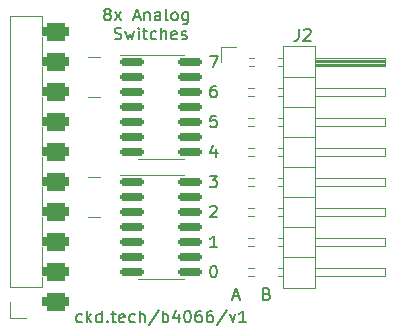
<source format=gbr>
%TF.GenerationSoftware,KiCad,Pcbnew,(6.0.9)*%
%TF.CreationDate,2022-12-02T16:15:21-08:00*%
%TF.ProjectId,Byte4066,42797465-3430-4363-962e-6b696361645f,rev?*%
%TF.SameCoordinates,Original*%
%TF.FileFunction,Legend,Top*%
%TF.FilePolarity,Positive*%
%FSLAX46Y46*%
G04 Gerber Fmt 4.6, Leading zero omitted, Abs format (unit mm)*
G04 Created by KiCad (PCBNEW (6.0.9)) date 2022-12-02 16:15:21*
%MOMM*%
%LPD*%
G01*
G04 APERTURE LIST*
G04 Aperture macros list*
%AMRoundRect*
0 Rectangle with rounded corners*
0 $1 Rounding radius*
0 $2 $3 $4 $5 $6 $7 $8 $9 X,Y pos of 4 corners*
0 Add a 4 corners polygon primitive as box body*
4,1,4,$2,$3,$4,$5,$6,$7,$8,$9,$2,$3,0*
0 Add four circle primitives for the rounded corners*
1,1,$1+$1,$2,$3*
1,1,$1+$1,$4,$5*
1,1,$1+$1,$6,$7*
1,1,$1+$1,$8,$9*
0 Add four rect primitives between the rounded corners*
20,1,$1+$1,$2,$3,$4,$5,0*
20,1,$1+$1,$4,$5,$6,$7,0*
20,1,$1+$1,$6,$7,$8,$9,0*
20,1,$1+$1,$8,$9,$2,$3,0*%
G04 Aperture macros list end*
%ADD10C,0.150000*%
%ADD11C,0.120000*%
%ADD12C,0.010000*%
%ADD13C,1.152000*%
%ADD14RoundRect,0.381000X0.762000X0.381000X-0.762000X0.381000X-0.762000X-0.381000X0.762000X-0.381000X0*%
%ADD15R,1.700000X1.700000*%
%ADD16O,1.700000X1.700000*%
%ADD17R,0.800000X0.500000*%
%ADD18R,0.800000X0.400000*%
%ADD19RoundRect,0.150000X-0.825000X-0.150000X0.825000X-0.150000X0.825000X0.150000X-0.825000X0.150000X0*%
G04 APERTURE END LIST*
D10*
X155011428Y-111053571D02*
X155154285Y-111101190D01*
X155201904Y-111148809D01*
X155249523Y-111244047D01*
X155249523Y-111386904D01*
X155201904Y-111482142D01*
X155154285Y-111529761D01*
X155059047Y-111577380D01*
X154678095Y-111577380D01*
X154678095Y-110577380D01*
X155011428Y-110577380D01*
X155106666Y-110625000D01*
X155154285Y-110672619D01*
X155201904Y-110767857D01*
X155201904Y-110863095D01*
X155154285Y-110958333D01*
X155106666Y-111005952D01*
X155011428Y-111053571D01*
X154678095Y-111053571D01*
X152161904Y-111291666D02*
X152638095Y-111291666D01*
X152066666Y-111577380D02*
X152400000Y-110577380D01*
X152733333Y-111577380D01*
X150447380Y-108672380D02*
X150542619Y-108672380D01*
X150637857Y-108720000D01*
X150685476Y-108767619D01*
X150733095Y-108862857D01*
X150780714Y-109053333D01*
X150780714Y-109291428D01*
X150733095Y-109481904D01*
X150685476Y-109577142D01*
X150637857Y-109624761D01*
X150542619Y-109672380D01*
X150447380Y-109672380D01*
X150352142Y-109624761D01*
X150304523Y-109577142D01*
X150256904Y-109481904D01*
X150209285Y-109291428D01*
X150209285Y-109053333D01*
X150256904Y-108862857D01*
X150304523Y-108767619D01*
X150352142Y-108720000D01*
X150447380Y-108672380D01*
X150780714Y-107132380D02*
X150209285Y-107132380D01*
X150495000Y-107132380D02*
X150495000Y-106132380D01*
X150399761Y-106275238D01*
X150304523Y-106370476D01*
X150209285Y-106418095D01*
X150209285Y-103687619D02*
X150256904Y-103640000D01*
X150352142Y-103592380D01*
X150590238Y-103592380D01*
X150685476Y-103640000D01*
X150733095Y-103687619D01*
X150780714Y-103782857D01*
X150780714Y-103878095D01*
X150733095Y-104020952D01*
X150161666Y-104592380D01*
X150780714Y-104592380D01*
X150161666Y-101052380D02*
X150780714Y-101052380D01*
X150447380Y-101433333D01*
X150590238Y-101433333D01*
X150685476Y-101480952D01*
X150733095Y-101528571D01*
X150780714Y-101623809D01*
X150780714Y-101861904D01*
X150733095Y-101957142D01*
X150685476Y-102004761D01*
X150590238Y-102052380D01*
X150304523Y-102052380D01*
X150209285Y-102004761D01*
X150161666Y-101957142D01*
X150685476Y-98845714D02*
X150685476Y-99512380D01*
X150447380Y-98464761D02*
X150209285Y-99179047D01*
X150828333Y-99179047D01*
X150733095Y-95972380D02*
X150256904Y-95972380D01*
X150209285Y-96448571D01*
X150256904Y-96400952D01*
X150352142Y-96353333D01*
X150590238Y-96353333D01*
X150685476Y-96400952D01*
X150733095Y-96448571D01*
X150780714Y-96543809D01*
X150780714Y-96781904D01*
X150733095Y-96877142D01*
X150685476Y-96924761D01*
X150590238Y-96972380D01*
X150352142Y-96972380D01*
X150256904Y-96924761D01*
X150209285Y-96877142D01*
X150685476Y-93432380D02*
X150495000Y-93432380D01*
X150399761Y-93480000D01*
X150352142Y-93527619D01*
X150256904Y-93670476D01*
X150209285Y-93860952D01*
X150209285Y-94241904D01*
X150256904Y-94337142D01*
X150304523Y-94384761D01*
X150399761Y-94432380D01*
X150590238Y-94432380D01*
X150685476Y-94384761D01*
X150733095Y-94337142D01*
X150780714Y-94241904D01*
X150780714Y-94003809D01*
X150733095Y-93908571D01*
X150685476Y-93860952D01*
X150590238Y-93813333D01*
X150399761Y-93813333D01*
X150304523Y-93860952D01*
X150256904Y-93908571D01*
X150209285Y-94003809D01*
X150161666Y-90892380D02*
X150828333Y-90892380D01*
X150399761Y-91892380D01*
X139335714Y-113434761D02*
X139240476Y-113482380D01*
X139050000Y-113482380D01*
X138954761Y-113434761D01*
X138907142Y-113387142D01*
X138859523Y-113291904D01*
X138859523Y-113006190D01*
X138907142Y-112910952D01*
X138954761Y-112863333D01*
X139050000Y-112815714D01*
X139240476Y-112815714D01*
X139335714Y-112863333D01*
X139764285Y-113482380D02*
X139764285Y-112482380D01*
X139859523Y-113101428D02*
X140145238Y-113482380D01*
X140145238Y-112815714D02*
X139764285Y-113196666D01*
X141002380Y-113482380D02*
X141002380Y-112482380D01*
X141002380Y-113434761D02*
X140907142Y-113482380D01*
X140716666Y-113482380D01*
X140621428Y-113434761D01*
X140573809Y-113387142D01*
X140526190Y-113291904D01*
X140526190Y-113006190D01*
X140573809Y-112910952D01*
X140621428Y-112863333D01*
X140716666Y-112815714D01*
X140907142Y-112815714D01*
X141002380Y-112863333D01*
X141478571Y-113387142D02*
X141526190Y-113434761D01*
X141478571Y-113482380D01*
X141430952Y-113434761D01*
X141478571Y-113387142D01*
X141478571Y-113482380D01*
X141811904Y-112815714D02*
X142192857Y-112815714D01*
X141954761Y-112482380D02*
X141954761Y-113339523D01*
X142002380Y-113434761D01*
X142097619Y-113482380D01*
X142192857Y-113482380D01*
X142907142Y-113434761D02*
X142811904Y-113482380D01*
X142621428Y-113482380D01*
X142526190Y-113434761D01*
X142478571Y-113339523D01*
X142478571Y-112958571D01*
X142526190Y-112863333D01*
X142621428Y-112815714D01*
X142811904Y-112815714D01*
X142907142Y-112863333D01*
X142954761Y-112958571D01*
X142954761Y-113053809D01*
X142478571Y-113149047D01*
X143811904Y-113434761D02*
X143716666Y-113482380D01*
X143526190Y-113482380D01*
X143430952Y-113434761D01*
X143383333Y-113387142D01*
X143335714Y-113291904D01*
X143335714Y-113006190D01*
X143383333Y-112910952D01*
X143430952Y-112863333D01*
X143526190Y-112815714D01*
X143716666Y-112815714D01*
X143811904Y-112863333D01*
X144240476Y-113482380D02*
X144240476Y-112482380D01*
X144669047Y-113482380D02*
X144669047Y-112958571D01*
X144621428Y-112863333D01*
X144526190Y-112815714D01*
X144383333Y-112815714D01*
X144288095Y-112863333D01*
X144240476Y-112910952D01*
X145859523Y-112434761D02*
X145002380Y-113720476D01*
X146192857Y-113482380D02*
X146192857Y-112482380D01*
X146192857Y-112863333D02*
X146288095Y-112815714D01*
X146478571Y-112815714D01*
X146573809Y-112863333D01*
X146621428Y-112910952D01*
X146669047Y-113006190D01*
X146669047Y-113291904D01*
X146621428Y-113387142D01*
X146573809Y-113434761D01*
X146478571Y-113482380D01*
X146288095Y-113482380D01*
X146192857Y-113434761D01*
X147526190Y-112815714D02*
X147526190Y-113482380D01*
X147288095Y-112434761D02*
X147050000Y-113149047D01*
X147669047Y-113149047D01*
X148240476Y-112482380D02*
X148335714Y-112482380D01*
X148430952Y-112530000D01*
X148478571Y-112577619D01*
X148526190Y-112672857D01*
X148573809Y-112863333D01*
X148573809Y-113101428D01*
X148526190Y-113291904D01*
X148478571Y-113387142D01*
X148430952Y-113434761D01*
X148335714Y-113482380D01*
X148240476Y-113482380D01*
X148145238Y-113434761D01*
X148097619Y-113387142D01*
X148050000Y-113291904D01*
X148002380Y-113101428D01*
X148002380Y-112863333D01*
X148050000Y-112672857D01*
X148097619Y-112577619D01*
X148145238Y-112530000D01*
X148240476Y-112482380D01*
X149430952Y-112482380D02*
X149240476Y-112482380D01*
X149145238Y-112530000D01*
X149097619Y-112577619D01*
X149002380Y-112720476D01*
X148954761Y-112910952D01*
X148954761Y-113291904D01*
X149002380Y-113387142D01*
X149050000Y-113434761D01*
X149145238Y-113482380D01*
X149335714Y-113482380D01*
X149430952Y-113434761D01*
X149478571Y-113387142D01*
X149526190Y-113291904D01*
X149526190Y-113053809D01*
X149478571Y-112958571D01*
X149430952Y-112910952D01*
X149335714Y-112863333D01*
X149145238Y-112863333D01*
X149050000Y-112910952D01*
X149002380Y-112958571D01*
X148954761Y-113053809D01*
X150383333Y-112482380D02*
X150192857Y-112482380D01*
X150097619Y-112530000D01*
X150050000Y-112577619D01*
X149954761Y-112720476D01*
X149907142Y-112910952D01*
X149907142Y-113291904D01*
X149954761Y-113387142D01*
X150002380Y-113434761D01*
X150097619Y-113482380D01*
X150288095Y-113482380D01*
X150383333Y-113434761D01*
X150430952Y-113387142D01*
X150478571Y-113291904D01*
X150478571Y-113053809D01*
X150430952Y-112958571D01*
X150383333Y-112910952D01*
X150288095Y-112863333D01*
X150097619Y-112863333D01*
X150002380Y-112910952D01*
X149954761Y-112958571D01*
X149907142Y-113053809D01*
X151621428Y-112434761D02*
X150764285Y-113720476D01*
X151859523Y-112815714D02*
X152097619Y-113482380D01*
X152335714Y-112815714D01*
X153240476Y-113482380D02*
X152669047Y-113482380D01*
X152954761Y-113482380D02*
X152954761Y-112482380D01*
X152859523Y-112625238D01*
X152764285Y-112720476D01*
X152669047Y-112768095D01*
X141399047Y-87340952D02*
X141303809Y-87293333D01*
X141256190Y-87245714D01*
X141208571Y-87150476D01*
X141208571Y-87102857D01*
X141256190Y-87007619D01*
X141303809Y-86960000D01*
X141399047Y-86912380D01*
X141589523Y-86912380D01*
X141684761Y-86960000D01*
X141732380Y-87007619D01*
X141780000Y-87102857D01*
X141780000Y-87150476D01*
X141732380Y-87245714D01*
X141684761Y-87293333D01*
X141589523Y-87340952D01*
X141399047Y-87340952D01*
X141303809Y-87388571D01*
X141256190Y-87436190D01*
X141208571Y-87531428D01*
X141208571Y-87721904D01*
X141256190Y-87817142D01*
X141303809Y-87864761D01*
X141399047Y-87912380D01*
X141589523Y-87912380D01*
X141684761Y-87864761D01*
X141732380Y-87817142D01*
X141780000Y-87721904D01*
X141780000Y-87531428D01*
X141732380Y-87436190D01*
X141684761Y-87388571D01*
X141589523Y-87340952D01*
X142113333Y-87912380D02*
X142637142Y-87245714D01*
X142113333Y-87245714D02*
X142637142Y-87912380D01*
X143732380Y-87626666D02*
X144208571Y-87626666D01*
X143637142Y-87912380D02*
X143970476Y-86912380D01*
X144303809Y-87912380D01*
X144637142Y-87245714D02*
X144637142Y-87912380D01*
X144637142Y-87340952D02*
X144684761Y-87293333D01*
X144780000Y-87245714D01*
X144922857Y-87245714D01*
X145018095Y-87293333D01*
X145065714Y-87388571D01*
X145065714Y-87912380D01*
X145970476Y-87912380D02*
X145970476Y-87388571D01*
X145922857Y-87293333D01*
X145827619Y-87245714D01*
X145637142Y-87245714D01*
X145541904Y-87293333D01*
X145970476Y-87864761D02*
X145875238Y-87912380D01*
X145637142Y-87912380D01*
X145541904Y-87864761D01*
X145494285Y-87769523D01*
X145494285Y-87674285D01*
X145541904Y-87579047D01*
X145637142Y-87531428D01*
X145875238Y-87531428D01*
X145970476Y-87483809D01*
X146589523Y-87912380D02*
X146494285Y-87864761D01*
X146446666Y-87769523D01*
X146446666Y-86912380D01*
X147113333Y-87912380D02*
X147018095Y-87864761D01*
X146970476Y-87817142D01*
X146922857Y-87721904D01*
X146922857Y-87436190D01*
X146970476Y-87340952D01*
X147018095Y-87293333D01*
X147113333Y-87245714D01*
X147256190Y-87245714D01*
X147351428Y-87293333D01*
X147399047Y-87340952D01*
X147446666Y-87436190D01*
X147446666Y-87721904D01*
X147399047Y-87817142D01*
X147351428Y-87864761D01*
X147256190Y-87912380D01*
X147113333Y-87912380D01*
X148303809Y-87245714D02*
X148303809Y-88055238D01*
X148256190Y-88150476D01*
X148208571Y-88198095D01*
X148113333Y-88245714D01*
X147970476Y-88245714D01*
X147875238Y-88198095D01*
X148303809Y-87864761D02*
X148208571Y-87912380D01*
X148018095Y-87912380D01*
X147922857Y-87864761D01*
X147875238Y-87817142D01*
X147827619Y-87721904D01*
X147827619Y-87436190D01*
X147875238Y-87340952D01*
X147922857Y-87293333D01*
X148018095Y-87245714D01*
X148208571Y-87245714D01*
X148303809Y-87293333D01*
X142113333Y-89474761D02*
X142256190Y-89522380D01*
X142494285Y-89522380D01*
X142589523Y-89474761D01*
X142637142Y-89427142D01*
X142684761Y-89331904D01*
X142684761Y-89236666D01*
X142637142Y-89141428D01*
X142589523Y-89093809D01*
X142494285Y-89046190D01*
X142303809Y-88998571D01*
X142208571Y-88950952D01*
X142160952Y-88903333D01*
X142113333Y-88808095D01*
X142113333Y-88712857D01*
X142160952Y-88617619D01*
X142208571Y-88570000D01*
X142303809Y-88522380D01*
X142541904Y-88522380D01*
X142684761Y-88570000D01*
X143018095Y-88855714D02*
X143208571Y-89522380D01*
X143399047Y-89046190D01*
X143589523Y-89522380D01*
X143780000Y-88855714D01*
X144160952Y-89522380D02*
X144160952Y-88855714D01*
X144160952Y-88522380D02*
X144113333Y-88570000D01*
X144160952Y-88617619D01*
X144208571Y-88570000D01*
X144160952Y-88522380D01*
X144160952Y-88617619D01*
X144494285Y-88855714D02*
X144875238Y-88855714D01*
X144637142Y-88522380D02*
X144637142Y-89379523D01*
X144684761Y-89474761D01*
X144780000Y-89522380D01*
X144875238Y-89522380D01*
X145637142Y-89474761D02*
X145541904Y-89522380D01*
X145351428Y-89522380D01*
X145256190Y-89474761D01*
X145208571Y-89427142D01*
X145160952Y-89331904D01*
X145160952Y-89046190D01*
X145208571Y-88950952D01*
X145256190Y-88903333D01*
X145351428Y-88855714D01*
X145541904Y-88855714D01*
X145637142Y-88903333D01*
X146065714Y-89522380D02*
X146065714Y-88522380D01*
X146494285Y-89522380D02*
X146494285Y-88998571D01*
X146446666Y-88903333D01*
X146351428Y-88855714D01*
X146208571Y-88855714D01*
X146113333Y-88903333D01*
X146065714Y-88950952D01*
X147351428Y-89474761D02*
X147256190Y-89522380D01*
X147065714Y-89522380D01*
X146970476Y-89474761D01*
X146922857Y-89379523D01*
X146922857Y-88998571D01*
X146970476Y-88903333D01*
X147065714Y-88855714D01*
X147256190Y-88855714D01*
X147351428Y-88903333D01*
X147399047Y-88998571D01*
X147399047Y-89093809D01*
X146922857Y-89189047D01*
X147780000Y-89474761D02*
X147875238Y-89522380D01*
X148065714Y-89522380D01*
X148160952Y-89474761D01*
X148208571Y-89379523D01*
X148208571Y-89331904D01*
X148160952Y-89236666D01*
X148065714Y-89189047D01*
X147922857Y-89189047D01*
X147827619Y-89141428D01*
X147780000Y-89046190D01*
X147780000Y-88998571D01*
X147827619Y-88903333D01*
X147922857Y-88855714D01*
X148065714Y-88855714D01*
X148160952Y-88903333D01*
%TO.C,J2*%
X157721666Y-88622380D02*
X157721666Y-89336666D01*
X157674047Y-89479523D01*
X157578809Y-89574761D01*
X157435952Y-89622380D01*
X157340714Y-89622380D01*
X158150238Y-88717619D02*
X158197857Y-88670000D01*
X158293095Y-88622380D01*
X158531190Y-88622380D01*
X158626428Y-88670000D01*
X158674047Y-88717619D01*
X158721666Y-88812857D01*
X158721666Y-88908095D01*
X158674047Y-89050952D01*
X158102619Y-89622380D01*
X158721666Y-89622380D01*
D11*
X156380000Y-97790000D02*
X159040000Y-97790000D01*
X156380000Y-107950000D02*
X159040000Y-107950000D01*
X165040000Y-103760000D02*
X165040000Y-104520000D01*
X153442929Y-93600000D02*
X153897071Y-93600000D01*
X159040000Y-91240000D02*
X165040000Y-91240000D01*
X159040000Y-108840000D02*
X165040000Y-108840000D01*
X165040000Y-96900000D02*
X159040000Y-96900000D01*
X153442929Y-101220000D02*
X153897071Y-101220000D01*
X153442929Y-106300000D02*
X153897071Y-106300000D01*
X156380000Y-95250000D02*
X159040000Y-95250000D01*
X153442929Y-94360000D02*
X153897071Y-94360000D01*
X165040000Y-91060000D02*
X165040000Y-91820000D01*
X153442929Y-107060000D02*
X153897071Y-107060000D01*
X155982929Y-108840000D02*
X156380000Y-108840000D01*
X159040000Y-91600000D02*
X165040000Y-91600000D01*
X155982929Y-103760000D02*
X156380000Y-103760000D01*
X156380000Y-102870000D02*
X159040000Y-102870000D01*
X153442929Y-101980000D02*
X153897071Y-101980000D01*
X155982929Y-94360000D02*
X156380000Y-94360000D01*
X155982929Y-104520000D02*
X156380000Y-104520000D01*
X153442929Y-98680000D02*
X153897071Y-98680000D01*
X165040000Y-107060000D02*
X159040000Y-107060000D01*
X165040000Y-109600000D02*
X159040000Y-109600000D01*
X159040000Y-103760000D02*
X165040000Y-103760000D01*
X159040000Y-91120000D02*
X165040000Y-91120000D01*
X159040000Y-101220000D02*
X165040000Y-101220000D01*
X159040000Y-91480000D02*
X165040000Y-91480000D01*
X155982929Y-96140000D02*
X156380000Y-96140000D01*
X165040000Y-96140000D02*
X165040000Y-96900000D01*
X153510000Y-91820000D02*
X153897071Y-91820000D01*
X159040000Y-96140000D02*
X165040000Y-96140000D01*
X153442929Y-96140000D02*
X153897071Y-96140000D01*
X155982929Y-98680000D02*
X156380000Y-98680000D01*
X165040000Y-91820000D02*
X159040000Y-91820000D01*
X153510000Y-91060000D02*
X153897071Y-91060000D01*
X156380000Y-90110000D02*
X156380000Y-110550000D01*
X155982929Y-96900000D02*
X156380000Y-96900000D01*
X159040000Y-93600000D02*
X165040000Y-93600000D01*
X155982929Y-101980000D02*
X156380000Y-101980000D01*
X159040000Y-91720000D02*
X165040000Y-91720000D01*
X153442929Y-108840000D02*
X153897071Y-108840000D01*
X153442929Y-99440000D02*
X153897071Y-99440000D01*
X165040000Y-106300000D02*
X165040000Y-107060000D01*
X165040000Y-101220000D02*
X165040000Y-101980000D01*
X165040000Y-99440000D02*
X159040000Y-99440000D01*
X151130000Y-91440000D02*
X151130000Y-90170000D01*
X156380000Y-100330000D02*
X159040000Y-100330000D01*
X155982929Y-107060000D02*
X156380000Y-107060000D01*
X155982929Y-101220000D02*
X156380000Y-101220000D01*
X155982929Y-93600000D02*
X156380000Y-93600000D01*
X156380000Y-105410000D02*
X159040000Y-105410000D01*
X159040000Y-90110000D02*
X156380000Y-90110000D01*
X165040000Y-101980000D02*
X159040000Y-101980000D01*
X159040000Y-91360000D02*
X165040000Y-91360000D01*
X159040000Y-106300000D02*
X165040000Y-106300000D01*
X153442929Y-104520000D02*
X153897071Y-104520000D01*
X156380000Y-110550000D02*
X159040000Y-110550000D01*
X165040000Y-104520000D02*
X159040000Y-104520000D01*
X151130000Y-90170000D02*
X152400000Y-90170000D01*
X159040000Y-110550000D02*
X159040000Y-90110000D01*
X155982929Y-91820000D02*
X156380000Y-91820000D01*
X165040000Y-94360000D02*
X159040000Y-94360000D01*
X155982929Y-99440000D02*
X156380000Y-99440000D01*
X153442929Y-96900000D02*
X153897071Y-96900000D01*
X153442929Y-109600000D02*
X153897071Y-109600000D01*
X155982929Y-106300000D02*
X156380000Y-106300000D01*
X156380000Y-92710000D02*
X159040000Y-92710000D01*
X165040000Y-98680000D02*
X165040000Y-99440000D01*
X153442929Y-103760000D02*
X153897071Y-103760000D01*
X155982929Y-91060000D02*
X156380000Y-91060000D01*
X165040000Y-108840000D02*
X165040000Y-109600000D01*
X159040000Y-98680000D02*
X165040000Y-98680000D01*
X159040000Y-91060000D02*
X165040000Y-91060000D01*
X155982929Y-109600000D02*
X156380000Y-109600000D01*
X165040000Y-93600000D02*
X165040000Y-94360000D01*
%TO.C,RN2*%
X139835000Y-94390000D02*
X140835000Y-94390000D01*
X139835000Y-91030000D02*
X140835000Y-91030000D01*
%TO.C,RN1*%
X139835000Y-104550000D02*
X140835000Y-104550000D01*
X139835000Y-101190000D02*
X140835000Y-101190000D01*
%TO.C,U1*%
X146050000Y-90815000D02*
X142600000Y-90815000D01*
X146050000Y-99685000D02*
X144100000Y-99685000D01*
X146050000Y-90815000D02*
X148000000Y-90815000D01*
X146050000Y-99685000D02*
X148000000Y-99685000D01*
%TO.C,J1*%
X133265000Y-110490000D02*
X133265000Y-87570000D01*
X135925000Y-87570000D02*
X133265000Y-87570000D01*
X135925000Y-110490000D02*
X135925000Y-87570000D01*
X135925000Y-110490000D02*
X133265000Y-110490000D01*
X134595000Y-113090000D02*
X133265000Y-113090000D01*
X133265000Y-113090000D02*
X133265000Y-111760000D01*
%TO.C,U2*%
X146050000Y-100975000D02*
X148000000Y-100975000D01*
X146050000Y-109845000D02*
X148000000Y-109845000D01*
X146050000Y-100975000D02*
X142600000Y-100975000D01*
X146050000Y-109845000D02*
X144100000Y-109845000D01*
%TD*%
%LPC*%
%TO.C,G\u002A\u002A\u002A*%
G36*
X150919564Y-87252271D02*
G01*
X150945508Y-87253488D01*
X150970124Y-87255595D01*
X150994568Y-87258681D01*
X151019999Y-87262837D01*
X151037168Y-87266069D01*
X151062517Y-87271313D01*
X151086699Y-87276924D01*
X151110431Y-87283132D01*
X151134429Y-87290164D01*
X151159412Y-87298250D01*
X151186095Y-87307618D01*
X151215196Y-87318498D01*
X151247433Y-87331118D01*
X151271820Y-87340936D01*
X151304200Y-87354238D01*
X151337073Y-87368047D01*
X151370715Y-87382494D01*
X151405404Y-87397708D01*
X151441417Y-87413820D01*
X151479031Y-87430959D01*
X151518524Y-87449255D01*
X151560172Y-87468839D01*
X151604253Y-87489840D01*
X151651044Y-87512389D01*
X151700822Y-87536615D01*
X151753864Y-87562648D01*
X151810448Y-87590619D01*
X151870850Y-87620657D01*
X151910459Y-87640436D01*
X151966490Y-87668404D01*
X152018559Y-87694279D01*
X152066988Y-87718209D01*
X152112102Y-87740343D01*
X152154224Y-87760830D01*
X152193679Y-87779819D01*
X152230790Y-87797457D01*
X152265881Y-87813895D01*
X152299276Y-87829280D01*
X152331299Y-87843762D01*
X152362273Y-87857489D01*
X152392524Y-87870610D01*
X152422374Y-87883274D01*
X152452148Y-87895629D01*
X152482169Y-87907825D01*
X152512761Y-87920009D01*
X152544249Y-87932331D01*
X152556029Y-87936892D01*
X152572479Y-87943261D01*
X152587757Y-87949205D01*
X152601184Y-87954460D01*
X152612085Y-87958759D01*
X152619780Y-87961837D01*
X152623479Y-87963374D01*
X152630453Y-87966501D01*
X152612374Y-87988146D01*
X152583873Y-88019827D01*
X152551092Y-88051893D01*
X152514528Y-88083967D01*
X152474680Y-88115672D01*
X152432044Y-88146630D01*
X152387117Y-88176464D01*
X152340398Y-88204796D01*
X152292384Y-88231249D01*
X152291143Y-88231898D01*
X152228462Y-88262677D01*
X152161875Y-88291709D01*
X152092059Y-88318797D01*
X152019691Y-88343741D01*
X151945448Y-88366345D01*
X151870008Y-88386410D01*
X151794046Y-88403739D01*
X151718242Y-88418134D01*
X151643271Y-88429396D01*
X151596876Y-88434783D01*
X151583122Y-88435864D01*
X151565842Y-88436713D01*
X151545936Y-88437329D01*
X151524304Y-88437713D01*
X151501847Y-88437865D01*
X151479465Y-88437784D01*
X151458058Y-88437470D01*
X151438527Y-88436924D01*
X151421772Y-88436145D01*
X151408693Y-88435133D01*
X151405771Y-88434803D01*
X151357644Y-88427101D01*
X151313278Y-88416442D01*
X151272693Y-88402833D01*
X151235913Y-88386281D01*
X151202956Y-88366793D01*
X151190357Y-88357808D01*
X151162485Y-88334111D01*
X151138707Y-88307997D01*
X151118783Y-88279136D01*
X151102472Y-88247199D01*
X151094275Y-88226296D01*
X151087956Y-88206987D01*
X151083438Y-88189431D01*
X151080478Y-88172095D01*
X151078830Y-88153448D01*
X151078252Y-88131961D01*
X151078248Y-88125593D01*
X151078385Y-88086576D01*
X151062590Y-88084957D01*
X151046795Y-88083339D01*
X151029736Y-88094946D01*
X151012676Y-88106553D01*
X151011971Y-88129534D01*
X151013042Y-88161744D01*
X151017967Y-88195431D01*
X151026445Y-88229588D01*
X151038179Y-88263208D01*
X151052870Y-88295285D01*
X151069657Y-88323962D01*
X151094193Y-88356774D01*
X151122306Y-88386339D01*
X151153984Y-88412649D01*
X151189212Y-88435697D01*
X151227975Y-88455476D01*
X151270260Y-88471978D01*
X151316051Y-88485197D01*
X151365335Y-88495126D01*
X151418098Y-88501756D01*
X151424165Y-88502288D01*
X151443351Y-88503440D01*
X151466266Y-88504063D01*
X151491833Y-88504181D01*
X151518974Y-88503821D01*
X151546613Y-88503010D01*
X151573672Y-88501773D01*
X151599074Y-88500135D01*
X151621742Y-88498124D01*
X151628696Y-88497353D01*
X151705758Y-88486672D01*
X151783900Y-88472752D01*
X151862359Y-88455807D01*
X151940372Y-88436049D01*
X152017179Y-88413691D01*
X152092018Y-88388945D01*
X152164126Y-88362024D01*
X152232742Y-88333141D01*
X152257519Y-88321800D01*
X152317409Y-88292174D01*
X152374890Y-88260605D01*
X152429644Y-88227323D01*
X152481355Y-88192560D01*
X152529708Y-88156548D01*
X152574385Y-88119519D01*
X152615071Y-88081703D01*
X152651449Y-88043332D01*
X152673167Y-88017539D01*
X152683329Y-88005158D01*
X152690981Y-87996607D01*
X152696308Y-87991697D01*
X152699493Y-87990240D01*
X152699730Y-87990285D01*
X152709725Y-87992780D01*
X152723746Y-87995610D01*
X152741003Y-87998661D01*
X152760705Y-88001818D01*
X152782062Y-88004969D01*
X152804283Y-88007997D01*
X152826576Y-88010789D01*
X152848152Y-88013231D01*
X152868220Y-88015208D01*
X152877762Y-88016012D01*
X152898511Y-88017203D01*
X152921492Y-88017670D01*
X152947009Y-88017395D01*
X152975366Y-88016358D01*
X153006869Y-88014543D01*
X153041823Y-88011929D01*
X153080531Y-88008500D01*
X153123300Y-88004236D01*
X153170433Y-87999119D01*
X153184981Y-87997471D01*
X153252135Y-87989370D01*
X153323732Y-87979916D01*
X153399583Y-87969144D01*
X153479497Y-87957088D01*
X153563283Y-87943784D01*
X153650750Y-87929265D01*
X153741708Y-87913566D01*
X153835966Y-87896722D01*
X153933333Y-87878769D01*
X154033619Y-87859740D01*
X154136632Y-87839670D01*
X154242183Y-87818594D01*
X154350080Y-87796547D01*
X154460133Y-87773564D01*
X154572152Y-87749679D01*
X154685945Y-87724926D01*
X154705352Y-87720657D01*
X154726975Y-87715927D01*
X154747593Y-87711482D01*
X154766624Y-87707445D01*
X154783484Y-87703935D01*
X154797589Y-87701074D01*
X154808356Y-87698982D01*
X154815202Y-87697780D01*
X154816629Y-87697585D01*
X154835403Y-87697642D01*
X154855267Y-87701479D01*
X154874974Y-87708639D01*
X154893279Y-87718666D01*
X154908935Y-87731103D01*
X154909424Y-87731581D01*
X154916801Y-87740057D01*
X154925869Y-87752486D01*
X154936370Y-87768394D01*
X154948044Y-87787306D01*
X154960631Y-87808748D01*
X154973871Y-87832247D01*
X154987504Y-87857328D01*
X155001272Y-87883518D01*
X155014913Y-87910341D01*
X155028169Y-87937324D01*
X155040780Y-87963993D01*
X155052485Y-87989874D01*
X155058472Y-88003666D01*
X155077315Y-88050939D01*
X155092317Y-88095460D01*
X155103473Y-88137204D01*
X155110779Y-88176151D01*
X155114234Y-88212277D01*
X155113833Y-88245560D01*
X155109574Y-88275977D01*
X155101922Y-88302272D01*
X155095352Y-88316166D01*
X155086051Y-88331192D01*
X155075218Y-88345659D01*
X155064050Y-88357874D01*
X155059947Y-88361590D01*
X155049394Y-88369757D01*
X155037999Y-88376968D01*
X155025387Y-88383298D01*
X155011185Y-88388822D01*
X154995021Y-88393616D01*
X154976521Y-88397756D01*
X154955313Y-88401316D01*
X154931022Y-88404373D01*
X154903277Y-88407002D01*
X154871703Y-88409278D01*
X154835928Y-88411277D01*
X154808162Y-88412554D01*
X154794605Y-88413088D01*
X154776894Y-88413715D01*
X154755714Y-88414415D01*
X154731747Y-88415168D01*
X154705677Y-88415951D01*
X154678188Y-88416745D01*
X154649962Y-88417528D01*
X154621684Y-88418281D01*
X154607381Y-88418648D01*
X154534719Y-88420565D01*
X154466484Y-88422528D01*
X154402266Y-88424558D01*
X154341652Y-88426674D01*
X154284233Y-88428897D01*
X154229597Y-88431247D01*
X154177333Y-88433745D01*
X154127031Y-88436410D01*
X154078279Y-88439262D01*
X154030667Y-88442322D01*
X153983783Y-88445611D01*
X153937217Y-88449147D01*
X153890557Y-88452952D01*
X153865943Y-88455059D01*
X153761434Y-88464875D01*
X153660971Y-88475858D01*
X153563873Y-88488149D01*
X153469460Y-88501888D01*
X153377053Y-88517215D01*
X153285972Y-88534270D01*
X153195536Y-88553195D01*
X153105066Y-88574128D01*
X153013882Y-88597210D01*
X152921303Y-88622582D01*
X152826651Y-88650384D01*
X152729245Y-88680757D01*
X152655210Y-88704897D01*
X152616363Y-88717856D01*
X152580412Y-88730038D01*
X152546965Y-88741626D01*
X152515630Y-88752802D01*
X152486014Y-88763748D01*
X152457726Y-88774647D01*
X152430374Y-88785682D01*
X152403565Y-88797035D01*
X152376908Y-88808888D01*
X152350011Y-88821425D01*
X152322481Y-88834827D01*
X152293927Y-88849277D01*
X152263956Y-88864959D01*
X152232176Y-88882053D01*
X152198196Y-88900743D01*
X152161624Y-88921212D01*
X152122066Y-88943641D01*
X152079132Y-88968213D01*
X152034724Y-88993788D01*
X152000306Y-89013624D01*
X151969607Y-89031252D01*
X151942175Y-89046919D01*
X151917562Y-89060873D01*
X151895318Y-89073363D01*
X151874993Y-89084636D01*
X151856136Y-89094941D01*
X151838299Y-89104525D01*
X151821031Y-89113636D01*
X151803882Y-89122523D01*
X151786404Y-89131433D01*
X151771048Y-89139162D01*
X151726259Y-89161051D01*
X151684576Y-89180225D01*
X151645282Y-89196930D01*
X151607658Y-89211415D01*
X151570986Y-89223927D01*
X151534550Y-89234716D01*
X151497629Y-89244028D01*
X151459508Y-89252111D01*
X151426955Y-89257979D01*
X151386308Y-89264412D01*
X151348878Y-89269468D01*
X151313278Y-89273258D01*
X151278120Y-89275896D01*
X151242020Y-89277492D01*
X151203589Y-89278158D01*
X151177171Y-89278149D01*
X151158939Y-89278012D01*
X151141766Y-89277835D01*
X151126402Y-89277630D01*
X151113598Y-89277407D01*
X151104102Y-89277178D01*
X151098667Y-89276955D01*
X151098552Y-89276947D01*
X151036121Y-89270765D01*
X150974537Y-89261409D01*
X150914390Y-89249029D01*
X150856264Y-89233776D01*
X150800747Y-89215800D01*
X150748426Y-89195253D01*
X150708886Y-89176875D01*
X150650028Y-89144716D01*
X150592684Y-89108002D01*
X150536906Y-89066788D01*
X150482747Y-89021130D01*
X150430259Y-88971086D01*
X150379494Y-88916710D01*
X150330504Y-88858060D01*
X150283342Y-88795192D01*
X150238060Y-88728161D01*
X150194710Y-88657024D01*
X150153344Y-88581837D01*
X150150377Y-88576140D01*
X150125001Y-88524703D01*
X150101334Y-88471393D01*
X150079132Y-88415569D01*
X150058147Y-88356594D01*
X150038134Y-88293827D01*
X150026818Y-88255234D01*
X150021630Y-88237002D01*
X149853124Y-88169030D01*
X149826054Y-88158076D01*
X149800329Y-88147600D01*
X149776297Y-88137746D01*
X149754304Y-88128662D01*
X149734699Y-88120491D01*
X149717827Y-88113380D01*
X149704038Y-88107474D01*
X149693676Y-88102918D01*
X149687091Y-88099859D01*
X149684628Y-88098441D01*
X149684619Y-88098409D01*
X149686385Y-88096437D01*
X149691507Y-88091490D01*
X149699724Y-88083808D01*
X149710775Y-88073629D01*
X149724396Y-88061189D01*
X149740327Y-88046728D01*
X149758305Y-88030482D01*
X149778069Y-88012690D01*
X149799357Y-87993590D01*
X149821906Y-87973419D01*
X149839438Y-87957777D01*
X149994257Y-87819794D01*
X150004116Y-87792558D01*
X150023546Y-87744507D01*
X150046344Y-87698631D01*
X150072790Y-87654513D01*
X150103162Y-87611736D01*
X150137739Y-87569883D01*
X150176801Y-87528536D01*
X150188039Y-87517515D01*
X150234198Y-87476250D01*
X150283975Y-87438069D01*
X150337189Y-87403064D01*
X150393659Y-87371324D01*
X150453203Y-87342941D01*
X150515639Y-87318004D01*
X150580785Y-87296605D01*
X150648460Y-87278835D01*
X150680057Y-87271972D01*
X150710501Y-87266050D01*
X150737739Y-87261407D01*
X150763186Y-87257888D01*
X150788256Y-87255335D01*
X150814364Y-87253592D01*
X150842925Y-87252501D01*
X150859067Y-87252143D01*
X150891136Y-87251853D01*
X150919564Y-87252271D01*
G37*
D12*
X150919564Y-87252271D02*
X150945508Y-87253488D01*
X150970124Y-87255595D01*
X150994568Y-87258681D01*
X151019999Y-87262837D01*
X151037168Y-87266069D01*
X151062517Y-87271313D01*
X151086699Y-87276924D01*
X151110431Y-87283132D01*
X151134429Y-87290164D01*
X151159412Y-87298250D01*
X151186095Y-87307618D01*
X151215196Y-87318498D01*
X151247433Y-87331118D01*
X151271820Y-87340936D01*
X151304200Y-87354238D01*
X151337073Y-87368047D01*
X151370715Y-87382494D01*
X151405404Y-87397708D01*
X151441417Y-87413820D01*
X151479031Y-87430959D01*
X151518524Y-87449255D01*
X151560172Y-87468839D01*
X151604253Y-87489840D01*
X151651044Y-87512389D01*
X151700822Y-87536615D01*
X151753864Y-87562648D01*
X151810448Y-87590619D01*
X151870850Y-87620657D01*
X151910459Y-87640436D01*
X151966490Y-87668404D01*
X152018559Y-87694279D01*
X152066988Y-87718209D01*
X152112102Y-87740343D01*
X152154224Y-87760830D01*
X152193679Y-87779819D01*
X152230790Y-87797457D01*
X152265881Y-87813895D01*
X152299276Y-87829280D01*
X152331299Y-87843762D01*
X152362273Y-87857489D01*
X152392524Y-87870610D01*
X152422374Y-87883274D01*
X152452148Y-87895629D01*
X152482169Y-87907825D01*
X152512761Y-87920009D01*
X152544249Y-87932331D01*
X152556029Y-87936892D01*
X152572479Y-87943261D01*
X152587757Y-87949205D01*
X152601184Y-87954460D01*
X152612085Y-87958759D01*
X152619780Y-87961837D01*
X152623479Y-87963374D01*
X152630453Y-87966501D01*
X152612374Y-87988146D01*
X152583873Y-88019827D01*
X152551092Y-88051893D01*
X152514528Y-88083967D01*
X152474680Y-88115672D01*
X152432044Y-88146630D01*
X152387117Y-88176464D01*
X152340398Y-88204796D01*
X152292384Y-88231249D01*
X152291143Y-88231898D01*
X152228462Y-88262677D01*
X152161875Y-88291709D01*
X152092059Y-88318797D01*
X152019691Y-88343741D01*
X151945448Y-88366345D01*
X151870008Y-88386410D01*
X151794046Y-88403739D01*
X151718242Y-88418134D01*
X151643271Y-88429396D01*
X151596876Y-88434783D01*
X151583122Y-88435864D01*
X151565842Y-88436713D01*
X151545936Y-88437329D01*
X151524304Y-88437713D01*
X151501847Y-88437865D01*
X151479465Y-88437784D01*
X151458058Y-88437470D01*
X151438527Y-88436924D01*
X151421772Y-88436145D01*
X151408693Y-88435133D01*
X151405771Y-88434803D01*
X151357644Y-88427101D01*
X151313278Y-88416442D01*
X151272693Y-88402833D01*
X151235913Y-88386281D01*
X151202956Y-88366793D01*
X151190357Y-88357808D01*
X151162485Y-88334111D01*
X151138707Y-88307997D01*
X151118783Y-88279136D01*
X151102472Y-88247199D01*
X151094275Y-88226296D01*
X151087956Y-88206987D01*
X151083438Y-88189431D01*
X151080478Y-88172095D01*
X151078830Y-88153448D01*
X151078252Y-88131961D01*
X151078248Y-88125593D01*
X151078385Y-88086576D01*
X151062590Y-88084957D01*
X151046795Y-88083339D01*
X151029736Y-88094946D01*
X151012676Y-88106553D01*
X151011971Y-88129534D01*
X151013042Y-88161744D01*
X151017967Y-88195431D01*
X151026445Y-88229588D01*
X151038179Y-88263208D01*
X151052870Y-88295285D01*
X151069657Y-88323962D01*
X151094193Y-88356774D01*
X151122306Y-88386339D01*
X151153984Y-88412649D01*
X151189212Y-88435697D01*
X151227975Y-88455476D01*
X151270260Y-88471978D01*
X151316051Y-88485197D01*
X151365335Y-88495126D01*
X151418098Y-88501756D01*
X151424165Y-88502288D01*
X151443351Y-88503440D01*
X151466266Y-88504063D01*
X151491833Y-88504181D01*
X151518974Y-88503821D01*
X151546613Y-88503010D01*
X151573672Y-88501773D01*
X151599074Y-88500135D01*
X151621742Y-88498124D01*
X151628696Y-88497353D01*
X151705758Y-88486672D01*
X151783900Y-88472752D01*
X151862359Y-88455807D01*
X151940372Y-88436049D01*
X152017179Y-88413691D01*
X152092018Y-88388945D01*
X152164126Y-88362024D01*
X152232742Y-88333141D01*
X152257519Y-88321800D01*
X152317409Y-88292174D01*
X152374890Y-88260605D01*
X152429644Y-88227323D01*
X152481355Y-88192560D01*
X152529708Y-88156548D01*
X152574385Y-88119519D01*
X152615071Y-88081703D01*
X152651449Y-88043332D01*
X152673167Y-88017539D01*
X152683329Y-88005158D01*
X152690981Y-87996607D01*
X152696308Y-87991697D01*
X152699493Y-87990240D01*
X152699730Y-87990285D01*
X152709725Y-87992780D01*
X152723746Y-87995610D01*
X152741003Y-87998661D01*
X152760705Y-88001818D01*
X152782062Y-88004969D01*
X152804283Y-88007997D01*
X152826576Y-88010789D01*
X152848152Y-88013231D01*
X152868220Y-88015208D01*
X152877762Y-88016012D01*
X152898511Y-88017203D01*
X152921492Y-88017670D01*
X152947009Y-88017395D01*
X152975366Y-88016358D01*
X153006869Y-88014543D01*
X153041823Y-88011929D01*
X153080531Y-88008500D01*
X153123300Y-88004236D01*
X153170433Y-87999119D01*
X153184981Y-87997471D01*
X153252135Y-87989370D01*
X153323732Y-87979916D01*
X153399583Y-87969144D01*
X153479497Y-87957088D01*
X153563283Y-87943784D01*
X153650750Y-87929265D01*
X153741708Y-87913566D01*
X153835966Y-87896722D01*
X153933333Y-87878769D01*
X154033619Y-87859740D01*
X154136632Y-87839670D01*
X154242183Y-87818594D01*
X154350080Y-87796547D01*
X154460133Y-87773564D01*
X154572152Y-87749679D01*
X154685945Y-87724926D01*
X154705352Y-87720657D01*
X154726975Y-87715927D01*
X154747593Y-87711482D01*
X154766624Y-87707445D01*
X154783484Y-87703935D01*
X154797589Y-87701074D01*
X154808356Y-87698982D01*
X154815202Y-87697780D01*
X154816629Y-87697585D01*
X154835403Y-87697642D01*
X154855267Y-87701479D01*
X154874974Y-87708639D01*
X154893279Y-87718666D01*
X154908935Y-87731103D01*
X154909424Y-87731581D01*
X154916801Y-87740057D01*
X154925869Y-87752486D01*
X154936370Y-87768394D01*
X154948044Y-87787306D01*
X154960631Y-87808748D01*
X154973871Y-87832247D01*
X154987504Y-87857328D01*
X155001272Y-87883518D01*
X155014913Y-87910341D01*
X155028169Y-87937324D01*
X155040780Y-87963993D01*
X155052485Y-87989874D01*
X155058472Y-88003666D01*
X155077315Y-88050939D01*
X155092317Y-88095460D01*
X155103473Y-88137204D01*
X155110779Y-88176151D01*
X155114234Y-88212277D01*
X155113833Y-88245560D01*
X155109574Y-88275977D01*
X155101922Y-88302272D01*
X155095352Y-88316166D01*
X155086051Y-88331192D01*
X155075218Y-88345659D01*
X155064050Y-88357874D01*
X155059947Y-88361590D01*
X155049394Y-88369757D01*
X155037999Y-88376968D01*
X155025387Y-88383298D01*
X155011185Y-88388822D01*
X154995021Y-88393616D01*
X154976521Y-88397756D01*
X154955313Y-88401316D01*
X154931022Y-88404373D01*
X154903277Y-88407002D01*
X154871703Y-88409278D01*
X154835928Y-88411277D01*
X154808162Y-88412554D01*
X154794605Y-88413088D01*
X154776894Y-88413715D01*
X154755714Y-88414415D01*
X154731747Y-88415168D01*
X154705677Y-88415951D01*
X154678188Y-88416745D01*
X154649962Y-88417528D01*
X154621684Y-88418281D01*
X154607381Y-88418648D01*
X154534719Y-88420565D01*
X154466484Y-88422528D01*
X154402266Y-88424558D01*
X154341652Y-88426674D01*
X154284233Y-88428897D01*
X154229597Y-88431247D01*
X154177333Y-88433745D01*
X154127031Y-88436410D01*
X154078279Y-88439262D01*
X154030667Y-88442322D01*
X153983783Y-88445611D01*
X153937217Y-88449147D01*
X153890557Y-88452952D01*
X153865943Y-88455059D01*
X153761434Y-88464875D01*
X153660971Y-88475858D01*
X153563873Y-88488149D01*
X153469460Y-88501888D01*
X153377053Y-88517215D01*
X153285972Y-88534270D01*
X153195536Y-88553195D01*
X153105066Y-88574128D01*
X153013882Y-88597210D01*
X152921303Y-88622582D01*
X152826651Y-88650384D01*
X152729245Y-88680757D01*
X152655210Y-88704897D01*
X152616363Y-88717856D01*
X152580412Y-88730038D01*
X152546965Y-88741626D01*
X152515630Y-88752802D01*
X152486014Y-88763748D01*
X152457726Y-88774647D01*
X152430374Y-88785682D01*
X152403565Y-88797035D01*
X152376908Y-88808888D01*
X152350011Y-88821425D01*
X152322481Y-88834827D01*
X152293927Y-88849277D01*
X152263956Y-88864959D01*
X152232176Y-88882053D01*
X152198196Y-88900743D01*
X152161624Y-88921212D01*
X152122066Y-88943641D01*
X152079132Y-88968213D01*
X152034724Y-88993788D01*
X152000306Y-89013624D01*
X151969607Y-89031252D01*
X151942175Y-89046919D01*
X151917562Y-89060873D01*
X151895318Y-89073363D01*
X151874993Y-89084636D01*
X151856136Y-89094941D01*
X151838299Y-89104525D01*
X151821031Y-89113636D01*
X151803882Y-89122523D01*
X151786404Y-89131433D01*
X151771048Y-89139162D01*
X151726259Y-89161051D01*
X151684576Y-89180225D01*
X151645282Y-89196930D01*
X151607658Y-89211415D01*
X151570986Y-89223927D01*
X151534550Y-89234716D01*
X151497629Y-89244028D01*
X151459508Y-89252111D01*
X151426955Y-89257979D01*
X151386308Y-89264412D01*
X151348878Y-89269468D01*
X151313278Y-89273258D01*
X151278120Y-89275896D01*
X151242020Y-89277492D01*
X151203589Y-89278158D01*
X151177171Y-89278149D01*
X151158939Y-89278012D01*
X151141766Y-89277835D01*
X151126402Y-89277630D01*
X151113598Y-89277407D01*
X151104102Y-89277178D01*
X151098667Y-89276955D01*
X151098552Y-89276947D01*
X151036121Y-89270765D01*
X150974537Y-89261409D01*
X150914390Y-89249029D01*
X150856264Y-89233776D01*
X150800747Y-89215800D01*
X150748426Y-89195253D01*
X150708886Y-89176875D01*
X150650028Y-89144716D01*
X150592684Y-89108002D01*
X150536906Y-89066788D01*
X150482747Y-89021130D01*
X150430259Y-88971086D01*
X150379494Y-88916710D01*
X150330504Y-88858060D01*
X150283342Y-88795192D01*
X150238060Y-88728161D01*
X150194710Y-88657024D01*
X150153344Y-88581837D01*
X150150377Y-88576140D01*
X150125001Y-88524703D01*
X150101334Y-88471393D01*
X150079132Y-88415569D01*
X150058147Y-88356594D01*
X150038134Y-88293827D01*
X150026818Y-88255234D01*
X150021630Y-88237002D01*
X149853124Y-88169030D01*
X149826054Y-88158076D01*
X149800329Y-88147600D01*
X149776297Y-88137746D01*
X149754304Y-88128662D01*
X149734699Y-88120491D01*
X149717827Y-88113380D01*
X149704038Y-88107474D01*
X149693676Y-88102918D01*
X149687091Y-88099859D01*
X149684628Y-88098441D01*
X149684619Y-88098409D01*
X149686385Y-88096437D01*
X149691507Y-88091490D01*
X149699724Y-88083808D01*
X149710775Y-88073629D01*
X149724396Y-88061189D01*
X149740327Y-88046728D01*
X149758305Y-88030482D01*
X149778069Y-88012690D01*
X149799357Y-87993590D01*
X149821906Y-87973419D01*
X149839438Y-87957777D01*
X149994257Y-87819794D01*
X150004116Y-87792558D01*
X150023546Y-87744507D01*
X150046344Y-87698631D01*
X150072790Y-87654513D01*
X150103162Y-87611736D01*
X150137739Y-87569883D01*
X150176801Y-87528536D01*
X150188039Y-87517515D01*
X150234198Y-87476250D01*
X150283975Y-87438069D01*
X150337189Y-87403064D01*
X150393659Y-87371324D01*
X150453203Y-87342941D01*
X150515639Y-87318004D01*
X150580785Y-87296605D01*
X150648460Y-87278835D01*
X150680057Y-87271972D01*
X150710501Y-87266050D01*
X150737739Y-87261407D01*
X150763186Y-87257888D01*
X150788256Y-87255335D01*
X150814364Y-87253592D01*
X150842925Y-87252501D01*
X150859067Y-87252143D01*
X150891136Y-87251853D01*
X150919564Y-87252271D01*
%TD*%
D13*
%TO.C,REF\u002A\u002A*%
X154940000Y-112395000D03*
%TD*%
%TO.C,REF\u002A\u002A*%
X139065000Y-87630000D03*
%TD*%
D14*
%TO.C,J3*%
X137160000Y-111760000D03*
X137160000Y-109220000D03*
X137160000Y-106680000D03*
X137160000Y-104140000D03*
X137160000Y-101600000D03*
X137160000Y-99060000D03*
X137160000Y-96520000D03*
X137160000Y-93980000D03*
X137160000Y-91440000D03*
X137160000Y-88900000D03*
%TD*%
D15*
%TO.C,J2*%
X152400000Y-91440000D03*
D16*
X154940000Y-91440000D03*
X152400000Y-93980000D03*
X154940000Y-93980000D03*
X152400000Y-96520000D03*
X154940000Y-96520000D03*
X152400000Y-99060000D03*
X154940000Y-99060000D03*
X152400000Y-101600000D03*
X154940000Y-101600000D03*
X152400000Y-104140000D03*
X154940000Y-104140000D03*
X152400000Y-106680000D03*
X154940000Y-106680000D03*
X152400000Y-109220000D03*
X154940000Y-109220000D03*
%TD*%
D17*
%TO.C,RN2*%
X141235000Y-93910000D03*
D18*
X141235000Y-93110000D03*
X141235000Y-92310000D03*
D17*
X141235000Y-91510000D03*
X139435000Y-91510000D03*
D18*
X139435000Y-92310000D03*
X139435000Y-93110000D03*
D17*
X139435000Y-93910000D03*
%TD*%
%TO.C,RN1*%
X141235000Y-104070000D03*
D18*
X141235000Y-103270000D03*
X141235000Y-102470000D03*
D17*
X141235000Y-101670000D03*
X139435000Y-101670000D03*
D18*
X139435000Y-102470000D03*
X139435000Y-103270000D03*
D17*
X139435000Y-104070000D03*
%TD*%
D19*
%TO.C,U1*%
X143575000Y-91440000D03*
X143575000Y-92710000D03*
X143575000Y-93980000D03*
X143575000Y-95250000D03*
X143575000Y-96520000D03*
X143575000Y-97790000D03*
X143575000Y-99060000D03*
X148525000Y-99060000D03*
X148525000Y-97790000D03*
X148525000Y-96520000D03*
X148525000Y-95250000D03*
X148525000Y-93980000D03*
X148525000Y-92710000D03*
X148525000Y-91440000D03*
%TD*%
D15*
%TO.C,J1*%
X134595000Y-111760000D03*
D16*
X134595000Y-109220000D03*
X134595000Y-106680000D03*
X134595000Y-104140000D03*
X134595000Y-101600000D03*
X134595000Y-99060000D03*
X134595000Y-96520000D03*
X134595000Y-93980000D03*
X134595000Y-91440000D03*
X134595000Y-88900000D03*
%TD*%
D19*
%TO.C,U2*%
X143575000Y-101600000D03*
X143575000Y-102870000D03*
X143575000Y-104140000D03*
X143575000Y-105410000D03*
X143575000Y-106680000D03*
X143575000Y-107950000D03*
X143575000Y-109220000D03*
X148525000Y-109220000D03*
X148525000Y-107950000D03*
X148525000Y-106680000D03*
X148525000Y-105410000D03*
X148525000Y-104140000D03*
X148525000Y-102870000D03*
X148525000Y-101600000D03*
%TD*%
M02*

</source>
